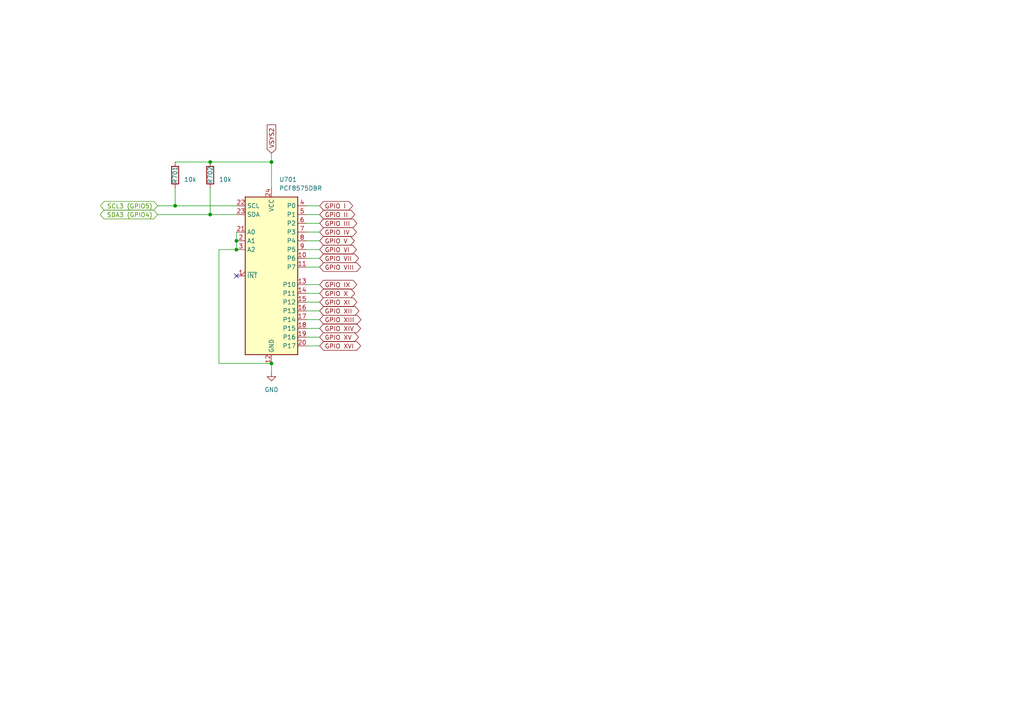
<source format=kicad_sch>
(kicad_sch
	(version 20231120)
	(generator "eeschema")
	(generator_version "8.0")
	(uuid "0611e642-d7db-4b64-8317-3a54fd667354")
	(paper "A4")
	(lib_symbols
		(symbol "Device:R"
			(pin_numbers hide)
			(pin_names
				(offset 0)
			)
			(exclude_from_sim no)
			(in_bom yes)
			(on_board yes)
			(property "Reference" "R"
				(at 2.032 0 90)
				(effects
					(font
						(size 1.27 1.27)
					)
				)
			)
			(property "Value" "R"
				(at 0 0 90)
				(effects
					(font
						(size 1.27 1.27)
					)
				)
			)
			(property "Footprint" ""
				(at -1.778 0 90)
				(effects
					(font
						(size 1.27 1.27)
					)
					(hide yes)
				)
			)
			(property "Datasheet" "~"
				(at 0 0 0)
				(effects
					(font
						(size 1.27 1.27)
					)
					(hide yes)
				)
			)
			(property "Description" "Resistor"
				(at 0 0 0)
				(effects
					(font
						(size 1.27 1.27)
					)
					(hide yes)
				)
			)
			(property "ki_keywords" "R res resistor"
				(at 0 0 0)
				(effects
					(font
						(size 1.27 1.27)
					)
					(hide yes)
				)
			)
			(property "ki_fp_filters" "R_*"
				(at 0 0 0)
				(effects
					(font
						(size 1.27 1.27)
					)
					(hide yes)
				)
			)
			(symbol "R_0_1"
				(rectangle
					(start -1.016 -2.54)
					(end 1.016 2.54)
					(stroke
						(width 0.254)
						(type default)
					)
					(fill
						(type none)
					)
				)
			)
			(symbol "R_1_1"
				(pin passive line
					(at 0 3.81 270)
					(length 1.27)
					(name "~"
						(effects
							(font
								(size 1.27 1.27)
							)
						)
					)
					(number "1"
						(effects
							(font
								(size 1.27 1.27)
							)
						)
					)
				)
				(pin passive line
					(at 0 -3.81 90)
					(length 1.27)
					(name "~"
						(effects
							(font
								(size 1.27 1.27)
							)
						)
					)
					(number "2"
						(effects
							(font
								(size 1.27 1.27)
							)
						)
					)
				)
			)
		)
		(symbol "Interface_Expansion:PCF8575DBR"
			(exclude_from_sim no)
			(in_bom yes)
			(on_board yes)
			(property "Reference" "U"
				(at -6.35 24.13 0)
				(effects
					(font
						(size 1.27 1.27)
					)
				)
			)
			(property "Value" "PCF8575DBR"
				(at 7.62 -24.13 0)
				(effects
					(font
						(size 1.27 1.27)
					)
				)
			)
			(property "Footprint" "Package_SO:SSOP-24_5.3x8.2mm_P0.65mm"
				(at 0 0 0)
				(effects
					(font
						(size 1.27 1.27)
					)
					(hide yes)
				)
			)
			(property "Datasheet" "https://www.ti.com/lit/ds/symlink/pcf8575.pdf"
				(at 0 0 0)
				(effects
					(font
						(size 1.27 1.27)
					)
					(hide yes)
				)
			)
			(property "Description" "16 Bits Port/Expander to I2C Bus, SSOP-24"
				(at 0 0 0)
				(effects
					(font
						(size 1.27 1.27)
					)
					(hide yes)
				)
			)
			(property "ki_keywords" "I2C Expander"
				(at 0 0 0)
				(effects
					(font
						(size 1.27 1.27)
					)
					(hide yes)
				)
			)
			(property "ki_fp_filters" "SSOP*5.3x8.2mm*P0.65mm*"
				(at 0 0 0)
				(effects
					(font
						(size 1.27 1.27)
					)
					(hide yes)
				)
			)
			(symbol "PCF8575DBR_0_1"
				(rectangle
					(start -7.62 22.86)
					(end 7.62 -22.86)
					(stroke
						(width 0.254)
						(type default)
					)
					(fill
						(type background)
					)
				)
			)
			(symbol "PCF8575DBR_1_1"
				(pin open_collector output_low
					(at -10.16 0 0)
					(length 2.54)
					(name "~{INT}"
						(effects
							(font
								(size 1.27 1.27)
							)
						)
					)
					(number "1"
						(effects
							(font
								(size 1.27 1.27)
							)
						)
					)
				)
				(pin bidirectional line
					(at 10.16 5.08 180)
					(length 2.54)
					(name "P6"
						(effects
							(font
								(size 1.27 1.27)
							)
						)
					)
					(number "10"
						(effects
							(font
								(size 1.27 1.27)
							)
						)
					)
				)
				(pin bidirectional line
					(at 10.16 2.54 180)
					(length 2.54)
					(name "P7"
						(effects
							(font
								(size 1.27 1.27)
							)
						)
					)
					(number "11"
						(effects
							(font
								(size 1.27 1.27)
							)
						)
					)
				)
				(pin power_in line
					(at 0 -25.4 90)
					(length 2.54)
					(name "GND"
						(effects
							(font
								(size 1.27 1.27)
							)
						)
					)
					(number "12"
						(effects
							(font
								(size 1.27 1.27)
							)
						)
					)
				)
				(pin bidirectional line
					(at 10.16 -2.54 180)
					(length 2.54)
					(name "P10"
						(effects
							(font
								(size 1.27 1.27)
							)
						)
					)
					(number "13"
						(effects
							(font
								(size 1.27 1.27)
							)
						)
					)
				)
				(pin bidirectional line
					(at 10.16 -5.08 180)
					(length 2.54)
					(name "P11"
						(effects
							(font
								(size 1.27 1.27)
							)
						)
					)
					(number "14"
						(effects
							(font
								(size 1.27 1.27)
							)
						)
					)
				)
				(pin bidirectional line
					(at 10.16 -7.62 180)
					(length 2.54)
					(name "P12"
						(effects
							(font
								(size 1.27 1.27)
							)
						)
					)
					(number "15"
						(effects
							(font
								(size 1.27 1.27)
							)
						)
					)
				)
				(pin bidirectional line
					(at 10.16 -10.16 180)
					(length 2.54)
					(name "P13"
						(effects
							(font
								(size 1.27 1.27)
							)
						)
					)
					(number "16"
						(effects
							(font
								(size 1.27 1.27)
							)
						)
					)
				)
				(pin bidirectional line
					(at 10.16 -12.7 180)
					(length 2.54)
					(name "P14"
						(effects
							(font
								(size 1.27 1.27)
							)
						)
					)
					(number "17"
						(effects
							(font
								(size 1.27 1.27)
							)
						)
					)
				)
				(pin bidirectional line
					(at 10.16 -15.24 180)
					(length 2.54)
					(name "P15"
						(effects
							(font
								(size 1.27 1.27)
							)
						)
					)
					(number "18"
						(effects
							(font
								(size 1.27 1.27)
							)
						)
					)
				)
				(pin bidirectional line
					(at 10.16 -17.78 180)
					(length 2.54)
					(name "P16"
						(effects
							(font
								(size 1.27 1.27)
							)
						)
					)
					(number "19"
						(effects
							(font
								(size 1.27 1.27)
							)
						)
					)
				)
				(pin input line
					(at -10.16 10.16 0)
					(length 2.54)
					(name "A1"
						(effects
							(font
								(size 1.27 1.27)
							)
						)
					)
					(number "2"
						(effects
							(font
								(size 1.27 1.27)
							)
						)
					)
				)
				(pin bidirectional line
					(at 10.16 -20.32 180)
					(length 2.54)
					(name "P17"
						(effects
							(font
								(size 1.27 1.27)
							)
						)
					)
					(number "20"
						(effects
							(font
								(size 1.27 1.27)
							)
						)
					)
				)
				(pin input line
					(at -10.16 12.7 0)
					(length 2.54)
					(name "A0"
						(effects
							(font
								(size 1.27 1.27)
							)
						)
					)
					(number "21"
						(effects
							(font
								(size 1.27 1.27)
							)
						)
					)
				)
				(pin input line
					(at -10.16 20.32 0)
					(length 2.54)
					(name "SCL"
						(effects
							(font
								(size 1.27 1.27)
							)
						)
					)
					(number "22"
						(effects
							(font
								(size 1.27 1.27)
							)
						)
					)
				)
				(pin bidirectional line
					(at -10.16 17.78 0)
					(length 2.54)
					(name "SDA"
						(effects
							(font
								(size 1.27 1.27)
							)
						)
					)
					(number "23"
						(effects
							(font
								(size 1.27 1.27)
							)
						)
					)
				)
				(pin power_in line
					(at 0 25.4 270)
					(length 2.54)
					(name "VCC"
						(effects
							(font
								(size 1.27 1.27)
							)
						)
					)
					(number "24"
						(effects
							(font
								(size 1.27 1.27)
							)
						)
					)
				)
				(pin input line
					(at -10.16 7.62 0)
					(length 2.54)
					(name "A2"
						(effects
							(font
								(size 1.27 1.27)
							)
						)
					)
					(number "3"
						(effects
							(font
								(size 1.27 1.27)
							)
						)
					)
				)
				(pin bidirectional line
					(at 10.16 20.32 180)
					(length 2.54)
					(name "P0"
						(effects
							(font
								(size 1.27 1.27)
							)
						)
					)
					(number "4"
						(effects
							(font
								(size 1.27 1.27)
							)
						)
					)
				)
				(pin bidirectional line
					(at 10.16 17.78 180)
					(length 2.54)
					(name "P1"
						(effects
							(font
								(size 1.27 1.27)
							)
						)
					)
					(number "5"
						(effects
							(font
								(size 1.27 1.27)
							)
						)
					)
				)
				(pin bidirectional line
					(at 10.16 15.24 180)
					(length 2.54)
					(name "P2"
						(effects
							(font
								(size 1.27 1.27)
							)
						)
					)
					(number "6"
						(effects
							(font
								(size 1.27 1.27)
							)
						)
					)
				)
				(pin bidirectional line
					(at 10.16 12.7 180)
					(length 2.54)
					(name "P3"
						(effects
							(font
								(size 1.27 1.27)
							)
						)
					)
					(number "7"
						(effects
							(font
								(size 1.27 1.27)
							)
						)
					)
				)
				(pin bidirectional line
					(at 10.16 10.16 180)
					(length 2.54)
					(name "P4"
						(effects
							(font
								(size 1.27 1.27)
							)
						)
					)
					(number "8"
						(effects
							(font
								(size 1.27 1.27)
							)
						)
					)
				)
				(pin bidirectional line
					(at 10.16 7.62 180)
					(length 2.54)
					(name "P5"
						(effects
							(font
								(size 1.27 1.27)
							)
						)
					)
					(number "9"
						(effects
							(font
								(size 1.27 1.27)
							)
						)
					)
				)
			)
		)
		(symbol "power:GND"
			(power)
			(pin_numbers hide)
			(pin_names
				(offset 0) hide)
			(exclude_from_sim no)
			(in_bom yes)
			(on_board yes)
			(property "Reference" "#PWR"
				(at 0 -6.35 0)
				(effects
					(font
						(size 1.27 1.27)
					)
					(hide yes)
				)
			)
			(property "Value" "GND"
				(at 0 -3.81 0)
				(effects
					(font
						(size 1.27 1.27)
					)
				)
			)
			(property "Footprint" ""
				(at 0 0 0)
				(effects
					(font
						(size 1.27 1.27)
					)
					(hide yes)
				)
			)
			(property "Datasheet" ""
				(at 0 0 0)
				(effects
					(font
						(size 1.27 1.27)
					)
					(hide yes)
				)
			)
			(property "Description" "Power symbol creates a global label with name \"GND\" , ground"
				(at 0 0 0)
				(effects
					(font
						(size 1.27 1.27)
					)
					(hide yes)
				)
			)
			(property "ki_keywords" "global power"
				(at 0 0 0)
				(effects
					(font
						(size 1.27 1.27)
					)
					(hide yes)
				)
			)
			(symbol "GND_0_1"
				(polyline
					(pts
						(xy 0 0) (xy 0 -1.27) (xy 1.27 -1.27) (xy 0 -2.54) (xy -1.27 -1.27) (xy 0 -1.27)
					)
					(stroke
						(width 0)
						(type default)
					)
					(fill
						(type none)
					)
				)
			)
			(symbol "GND_1_1"
				(pin power_in line
					(at 0 0 270)
					(length 0)
					(name "~"
						(effects
							(font
								(size 1.27 1.27)
							)
						)
					)
					(number "1"
						(effects
							(font
								(size 1.27 1.27)
							)
						)
					)
				)
			)
		)
	)
	(junction
		(at 68.58 72.39)
		(diameter 0)
		(color 0 0 0 0)
		(uuid "4a48a13c-332c-4112-ae64-29adcc66c8a4")
	)
	(junction
		(at 50.8 59.69)
		(diameter 0)
		(color 0 0 0 0)
		(uuid "aa2f254a-c610-4921-874d-af86f0f40492")
	)
	(junction
		(at 78.74 105.41)
		(diameter 0)
		(color 0 0 0 0)
		(uuid "b40cd02d-4e7d-4c8e-b067-6e75acf3c95f")
	)
	(junction
		(at 68.58 69.85)
		(diameter 0)
		(color 0 0 0 0)
		(uuid "bf4611c0-1525-490e-9654-401b22f2db95")
	)
	(junction
		(at 60.96 46.99)
		(diameter 0)
		(color 0 0 0 0)
		(uuid "c94bd342-36e9-46ed-956b-f3d1b08e8c06")
	)
	(junction
		(at 78.74 46.99)
		(diameter 0)
		(color 0 0 0 0)
		(uuid "f02ca090-5e8a-4801-986b-e66f00a2171b")
	)
	(junction
		(at 60.96 62.23)
		(diameter 0)
		(color 0 0 0 0)
		(uuid "f1a49ec9-20d8-4f2b-94d9-8692b4210c1d")
	)
	(no_connect
		(at 68.58 80.01)
		(uuid "91c0e069-0b4a-4d6f-928f-34c4050fc741")
	)
	(wire
		(pts
			(xy 78.74 105.41) (xy 78.74 107.95)
		)
		(stroke
			(width 0)
			(type default)
		)
		(uuid "0e22944b-72ec-482d-8320-b8a25c0c142a")
	)
	(wire
		(pts
			(xy 88.9 95.25) (xy 92.71 95.25)
		)
		(stroke
			(width 0)
			(type default)
		)
		(uuid "1b81b2b4-896a-4894-bffe-caf7e30524c9")
	)
	(wire
		(pts
			(xy 63.5 105.41) (xy 78.74 105.41)
		)
		(stroke
			(width 0)
			(type default)
		)
		(uuid "1cd226df-0c49-4b2d-bcd7-a0d6e2a3bd52")
	)
	(wire
		(pts
			(xy 68.58 69.85) (xy 68.58 72.39)
		)
		(stroke
			(width 0)
			(type default)
		)
		(uuid "1ef3374c-4fd8-41dc-9d60-8aea6ed618b3")
	)
	(wire
		(pts
			(xy 60.96 54.61) (xy 60.96 62.23)
		)
		(stroke
			(width 0)
			(type default)
		)
		(uuid "2ad4c13f-ef7f-4975-9a54-892def6cc9bd")
	)
	(wire
		(pts
			(xy 63.5 72.39) (xy 63.5 105.41)
		)
		(stroke
			(width 0)
			(type default)
		)
		(uuid "38131e0d-75aa-4a89-a3fa-7789efdefc4d")
	)
	(wire
		(pts
			(xy 60.96 62.23) (xy 68.58 62.23)
		)
		(stroke
			(width 0)
			(type default)
		)
		(uuid "42afec03-8a1a-4bbb-8e97-b4b8850b9672")
	)
	(wire
		(pts
			(xy 88.9 85.09) (xy 92.71 85.09)
		)
		(stroke
			(width 0)
			(type default)
		)
		(uuid "46113a4f-d879-4a94-8921-319ba47d9d76")
	)
	(wire
		(pts
			(xy 88.9 69.85) (xy 92.71 69.85)
		)
		(stroke
			(width 0)
			(type default)
		)
		(uuid "4b1bbcbc-091b-4493-9607-9204b62c02e2")
	)
	(wire
		(pts
			(xy 68.58 67.31) (xy 68.58 69.85)
		)
		(stroke
			(width 0)
			(type default)
		)
		(uuid "61f18022-9031-4c20-8d12-1bf4b85b1d34")
	)
	(wire
		(pts
			(xy 88.9 82.55) (xy 92.71 82.55)
		)
		(stroke
			(width 0)
			(type default)
		)
		(uuid "63b6b85f-85eb-495b-bf40-951284f34d25")
	)
	(wire
		(pts
			(xy 88.9 77.47) (xy 92.71 77.47)
		)
		(stroke
			(width 0)
			(type default)
		)
		(uuid "66cc3c0a-a7f3-4d6f-9085-5a4f84708eae")
	)
	(wire
		(pts
			(xy 88.9 97.79) (xy 92.71 97.79)
		)
		(stroke
			(width 0)
			(type default)
		)
		(uuid "70e7c479-6759-4a6b-90bf-b0298071c239")
	)
	(wire
		(pts
			(xy 88.9 74.93) (xy 92.71 74.93)
		)
		(stroke
			(width 0)
			(type default)
		)
		(uuid "720a12ba-9f6c-4c35-a4bd-d89b56ebd4a2")
	)
	(wire
		(pts
			(xy 88.9 59.69) (xy 92.71 59.69)
		)
		(stroke
			(width 0)
			(type default)
		)
		(uuid "8ced13b4-5b4f-49fb-90f3-6acfe9029f23")
	)
	(wire
		(pts
			(xy 45.72 62.23) (xy 60.96 62.23)
		)
		(stroke
			(width 0)
			(type default)
		)
		(uuid "97469e4e-6600-4332-9a2f-fd04bdf7b5f3")
	)
	(wire
		(pts
			(xy 88.9 67.31) (xy 92.71 67.31)
		)
		(stroke
			(width 0)
			(type default)
		)
		(uuid "9d9b2a8a-c30b-4e3b-bedc-eb151f2083d5")
	)
	(wire
		(pts
			(xy 88.9 87.63) (xy 92.71 87.63)
		)
		(stroke
			(width 0)
			(type default)
		)
		(uuid "a1d09c33-ad17-47e3-869f-cdd73d32db5e")
	)
	(wire
		(pts
			(xy 88.9 90.17) (xy 92.71 90.17)
		)
		(stroke
			(width 0)
			(type default)
		)
		(uuid "a55bf63d-c79b-4d3e-886d-1911adc679c9")
	)
	(wire
		(pts
			(xy 88.9 72.39) (xy 92.71 72.39)
		)
		(stroke
			(width 0)
			(type default)
		)
		(uuid "b640e428-8300-4fc0-ae3a-790fcbd7d6e1")
	)
	(wire
		(pts
			(xy 50.8 59.69) (xy 68.58 59.69)
		)
		(stroke
			(width 0)
			(type default)
		)
		(uuid "b6b012cb-c602-4856-b8cd-00627210d4c4")
	)
	(wire
		(pts
			(xy 45.72 59.69) (xy 50.8 59.69)
		)
		(stroke
			(width 0)
			(type default)
		)
		(uuid "baa25fb7-39ff-442f-9bff-9f75e8985e8b")
	)
	(wire
		(pts
			(xy 78.74 46.99) (xy 78.74 54.61)
		)
		(stroke
			(width 0)
			(type default)
		)
		(uuid "bfe29e15-6604-481b-bb3f-6df38f29c0f6")
	)
	(wire
		(pts
			(xy 88.9 62.23) (xy 92.71 62.23)
		)
		(stroke
			(width 0)
			(type default)
		)
		(uuid "c07c2078-cd13-419e-ad3a-b26636165602")
	)
	(wire
		(pts
			(xy 78.74 44.45) (xy 78.74 46.99)
		)
		(stroke
			(width 0)
			(type default)
		)
		(uuid "c7cebf75-f003-4140-af3b-da9c1516b05c")
	)
	(wire
		(pts
			(xy 88.9 92.71) (xy 92.71 92.71)
		)
		(stroke
			(width 0)
			(type default)
		)
		(uuid "ca4a9f13-3818-44d9-bbf2-f3e067dd56c8")
	)
	(wire
		(pts
			(xy 50.8 54.61) (xy 50.8 59.69)
		)
		(stroke
			(width 0)
			(type default)
		)
		(uuid "ced1c332-c8c7-4179-8bb8-b173e0225c86")
	)
	(wire
		(pts
			(xy 50.8 46.99) (xy 60.96 46.99)
		)
		(stroke
			(width 0)
			(type default)
		)
		(uuid "d865771a-3a1c-4b22-b7cf-e124f756244f")
	)
	(wire
		(pts
			(xy 88.9 100.33) (xy 92.71 100.33)
		)
		(stroke
			(width 0)
			(type default)
		)
		(uuid "de2d5498-184f-45a0-b152-42842c23d8cc")
	)
	(wire
		(pts
			(xy 60.96 46.99) (xy 78.74 46.99)
		)
		(stroke
			(width 0)
			(type default)
		)
		(uuid "e5fa683d-5316-438c-9d8e-92912a16b115")
	)
	(wire
		(pts
			(xy 68.58 72.39) (xy 63.5 72.39)
		)
		(stroke
			(width 0)
			(type default)
		)
		(uuid "ecfa7c48-37d0-4dab-a7a6-e1b9f3197892")
	)
	(wire
		(pts
			(xy 88.9 64.77) (xy 92.71 64.77)
		)
		(stroke
			(width 0)
			(type default)
		)
		(uuid "ed4e1ab3-28c4-4f51-8624-767de7980185")
	)
	(global_label "GPIO VI"
		(shape bidirectional)
		(at 92.71 72.39 0)
		(fields_autoplaced yes)
		(effects
			(font
				(size 1.27 1.27)
			)
			(justify left)
		)
		(uuid "0184ab5d-f0a6-4317-ac11-c60f0f80e28f")
		(property "Intersheetrefs" "${INTERSHEET_REFS}"
			(at 103.9428 72.39 0)
			(effects
				(font
					(size 1.27 1.27)
				)
				(justify left)
				(hide yes)
			)
		)
	)
	(global_label "GPIO VIII"
		(shape bidirectional)
		(at 92.71 77.47 0)
		(fields_autoplaced yes)
		(effects
			(font
				(size 1.27 1.27)
			)
			(justify left)
		)
		(uuid "13a1f55e-c7ec-4fbd-82bb-384c69c10769")
		(property "Intersheetrefs" "${INTERSHEET_REFS}"
			(at 105.1524 77.47 0)
			(effects
				(font
					(size 1.27 1.27)
				)
				(justify left)
				(hide yes)
			)
		)
	)
	(global_label "GPIO III"
		(shape bidirectional)
		(at 92.71 64.77 0)
		(fields_autoplaced yes)
		(effects
			(font
				(size 1.27 1.27)
			)
			(justify left)
		)
		(uuid "26eaabb7-095d-4fac-9cb2-0e9215cdcd22")
		(property "Intersheetrefs" "${INTERSHEET_REFS}"
			(at 104.0638 64.77 0)
			(effects
				(font
					(size 1.27 1.27)
				)
				(justify left)
				(hide yes)
			)
		)
	)
	(global_label "GPIO I"
		(shape bidirectional)
		(at 92.71 59.69 0)
		(fields_autoplaced yes)
		(effects
			(font
				(size 1.27 1.27)
			)
			(justify left)
		)
		(uuid "2f7a2d46-b536-42f2-a640-e2ad38ab9886")
		(property "Intersheetrefs" "${INTERSHEET_REFS}"
			(at 101.7429 59.69 0)
			(effects
				(font
					(size 1.27 1.27)
				)
				(justify left)
				(hide yes)
			)
		)
	)
	(global_label "GPIO XIII"
		(shape bidirectional)
		(at 92.71 92.71 0)
		(fields_autoplaced yes)
		(effects
			(font
				(size 1.27 1.27)
			)
			(justify left)
		)
		(uuid "357f4ec5-6c40-49fe-874d-bd5782c9adcb")
		(property "Intersheetrefs" "${INTERSHEET_REFS}"
			(at 105.2733 92.71 0)
			(effects
				(font
					(size 1.27 1.27)
				)
				(justify left)
				(hide yes)
			)
		)
	)
	(global_label "GPIO XII"
		(shape bidirectional)
		(at 92.71 90.17 0)
		(fields_autoplaced yes)
		(effects
			(font
				(size 1.27 1.27)
			)
			(justify left)
		)
		(uuid "56c01d84-da11-4eaf-903a-2eeec9330d45")
		(property "Intersheetrefs" "${INTERSHEET_REFS}"
			(at 104.6685 90.17 0)
			(effects
				(font
					(size 1.27 1.27)
				)
				(justify left)
				(hide yes)
			)
		)
	)
	(global_label "SCL3 (GPIO5)"
		(shape bidirectional)
		(at 45.72 59.69 180)
		(effects
			(font
				(size 1.27 1.27)
				(color 64 145 0 1)
			)
			(justify right)
		)
		(uuid "7c09fe8f-0bfe-44c2-9291-4aba255fa368")
		(property "Intersheetrefs" "${INTERSHEET_REFS}"
			(at 45.72 59.69 0)
			(effects
				(font
					(size 1.27 1.27)
				)
				(hide yes)
			)
		)
	)
	(global_label "GPIO XIV"
		(shape bidirectional)
		(at 92.71 95.25 0)
		(fields_autoplaced yes)
		(effects
			(font
				(size 1.27 1.27)
			)
			(justify left)
		)
		(uuid "93e70aa4-7171-4f24-8171-ec3a860b42c9")
		(property "Intersheetrefs" "${INTERSHEET_REFS}"
			(at 105.1523 95.25 0)
			(effects
				(font
					(size 1.27 1.27)
				)
				(justify left)
				(hide yes)
			)
		)
	)
	(global_label "GPIO XV"
		(shape bidirectional)
		(at 92.71 97.79 0)
		(fields_autoplaced yes)
		(effects
			(font
				(size 1.27 1.27)
			)
			(justify left)
		)
		(uuid "9a4e2c3a-d7a5-4ab8-8871-290d9ca36e7a")
		(property "Intersheetrefs" "${INTERSHEET_REFS}"
			(at 104.5475 97.79 0)
			(effects
				(font
					(size 1.27 1.27)
				)
				(justify left)
				(hide yes)
			)
		)
	)
	(global_label "GPIO XVI"
		(shape bidirectional)
		(at 92.71 100.33 0)
		(fields_autoplaced yes)
		(effects
			(font
				(size 1.27 1.27)
			)
			(justify left)
		)
		(uuid "a1427bcb-6669-44ee-84e7-00eba0d25548")
		(property "Intersheetrefs" "${INTERSHEET_REFS}"
			(at 105.1523 100.33 0)
			(effects
				(font
					(size 1.27 1.27)
				)
				(justify left)
				(hide yes)
			)
		)
	)
	(global_label "GPIO V"
		(shape bidirectional)
		(at 92.71 69.85 0)
		(fields_autoplaced yes)
		(effects
			(font
				(size 1.27 1.27)
			)
			(justify left)
		)
		(uuid "a2f318db-8ffa-4602-9a99-23b09cac0b76")
		(property "Intersheetrefs" "${INTERSHEET_REFS}"
			(at 103.338 69.85 0)
			(effects
				(font
					(size 1.27 1.27)
				)
				(justify left)
				(hide yes)
			)
		)
	)
	(global_label "GPIO IV"
		(shape bidirectional)
		(at 92.71 67.31 0)
		(fields_autoplaced yes)
		(effects
			(font
				(size 1.27 1.27)
			)
			(justify left)
		)
		(uuid "a4468d11-faec-49ca-a7a3-1035a5b364b3")
		(property "Intersheetrefs" "${INTERSHEET_REFS}"
			(at 103.9428 67.31 0)
			(effects
				(font
					(size 1.27 1.27)
				)
				(justify left)
				(hide yes)
			)
		)
	)
	(global_label "VSYS2"
		(shape input)
		(at 78.74 44.45 90)
		(fields_autoplaced yes)
		(effects
			(font
				(size 1.27 1.27)
			)
			(justify left)
		)
		(uuid "a5abcff7-d5bb-4318-ab5f-b193525470fa")
		(property "Intersheetrefs" "${INTERSHEET_REFS}"
			(at 78.74 35.6591 90)
			(effects
				(font
					(size 1.27 1.27)
				)
				(justify left)
				(hide yes)
			)
		)
	)
	(global_label "GPIO II"
		(shape bidirectional)
		(at 92.71 62.23 0)
		(fields_autoplaced yes)
		(effects
			(font
				(size 1.27 1.27)
			)
			(justify left)
		)
		(uuid "a744672c-66be-43e6-874e-fa2bef0b4f46")
		(property "Intersheetrefs" "${INTERSHEET_REFS}"
			(at 103.459 62.23 0)
			(effects
				(font
					(size 1.27 1.27)
				)
				(justify left)
				(hide yes)
			)
		)
	)
	(global_label "GPIO X"
		(shape bidirectional)
		(at 92.71 85.09 0)
		(fields_autoplaced yes)
		(effects
			(font
				(size 1.27 1.27)
			)
			(justify left)
		)
		(uuid "aff2521b-f7c0-46ed-8a05-a258957e3283")
		(property "Intersheetrefs" "${INTERSHEET_REFS}"
			(at 103.4589 85.09 0)
			(effects
				(font
					(size 1.27 1.27)
				)
				(justify left)
				(hide yes)
			)
		)
	)
	(global_label "GPIO XI"
		(shape bidirectional)
		(at 92.71 87.63 0)
		(fields_autoplaced yes)
		(effects
			(font
				(size 1.27 1.27)
			)
			(justify left)
		)
		(uuid "bf1dde34-accf-4123-b83b-aca18e70f9a3")
		(property "Intersheetrefs" "${INTERSHEET_REFS}"
			(at 104.0637 87.63 0)
			(effects
				(font
					(size 1.27 1.27)
				)
				(justify left)
				(hide yes)
			)
		)
	)
	(global_label "GPIO IX"
		(shape bidirectional)
		(at 92.71 82.55 0)
		(fields_autoplaced yes)
		(effects
			(font
				(size 1.27 1.27)
			)
			(justify left)
		)
		(uuid "c4950b58-75cd-4422-9f16-36b903b6b770")
		(property "Intersheetrefs" "${INTERSHEET_REFS}"
			(at 104.0637 82.55 0)
			(effects
				(font
					(size 1.27 1.27)
				)
				(justify left)
				(hide yes)
			)
		)
	)
	(global_label "SDA3 (GPIO4)"
		(shape bidirectional)
		(at 45.72 62.23 180)
		(effects
			(font
				(size 1.27 1.27)
				(color 64 145 0 1)
			)
			(justify right)
		)
		(uuid "db8fbe68-b9e2-434d-8411-7b6598123c99")
		(property "Intersheetrefs" "${INTERSHEET_REFS}"
			(at 45.72 62.23 0)
			(effects
				(font
					(size 1.27 1.27)
				)
				(hide yes)
			)
		)
	)
	(global_label "GPIO VII"
		(shape bidirectional)
		(at 92.71 74.93 0)
		(fields_autoplaced yes)
		(effects
			(font
				(size 1.27 1.27)
			)
			(justify left)
		)
		(uuid "e0d3625b-2656-41cf-9a1a-141d985e4131")
		(property "Intersheetrefs" "${INTERSHEET_REFS}"
			(at 104.5476 74.93 0)
			(effects
				(font
					(size 1.27 1.27)
				)
				(justify left)
				(hide yes)
			)
		)
	)
	(symbol
		(lib_id "Interface_Expansion:PCF8575DBR")
		(at 78.74 80.01 0)
		(unit 1)
		(exclude_from_sim no)
		(in_bom yes)
		(on_board yes)
		(dnp no)
		(fields_autoplaced yes)
		(uuid "0d650d4e-eccb-41fd-b54d-77588ed93e9d")
		(property "Reference" "U701"
			(at 80.9341 52.07 0)
			(effects
				(font
					(size 1.27 1.27)
				)
				(justify left)
			)
		)
		(property "Value" "PCF8575DBR"
			(at 80.9341 54.61 0)
			(effects
				(font
					(size 1.27 1.27)
				)
				(justify left)
			)
		)
		(property "Footprint" "PFC8575CRGER:RGE24_2P1X2P1"
			(at 78.74 80.01 0)
			(effects
				(font
					(size 1.27 1.27)
				)
				(hide yes)
			)
		)
		(property "Datasheet" "https://www.ti.com/lit/ds/symlink/pcf8575.pdf"
			(at 78.74 80.01 0)
			(effects
				(font
					(size 1.27 1.27)
				)
				(hide yes)
			)
		)
		(property "Description" "16 Bits Port/Expander to I2C Bus, SSOP-24"
			(at 78.74 80.01 0)
			(effects
				(font
					(size 1.27 1.27)
				)
				(hide yes)
			)
		)
		(pin "6"
			(uuid "f17ef51e-f8a0-41c4-ac5a-21e24fd8a37e")
		)
		(pin "11"
			(uuid "4120db98-e434-44e6-aba9-0c374e1b263d")
		)
		(pin "5"
			(uuid "0b8f7019-e0e3-40f2-8925-2c0bebf3ed3d")
		)
		(pin "15"
			(uuid "87a8d411-fdfa-4e62-857c-fc506e38eae7")
		)
		(pin "2"
			(uuid "5a9bb2f0-d3ce-4b87-b67d-c26d4cb51808")
		)
		(pin "12"
			(uuid "509b58dc-ea02-445e-a639-78e1e46c3852")
		)
		(pin "16"
			(uuid "4ad77848-9d48-4835-8e36-d6680ebbea40")
		)
		(pin "17"
			(uuid "1ed99741-196b-4baa-aa4a-b4808fce3857")
		)
		(pin "3"
			(uuid "655dcaa8-18cb-4a33-a8e4-b9addc5d2cc4")
		)
		(pin "24"
			(uuid "d5f0d947-346a-471c-8475-08eaef850ccf")
		)
		(pin "7"
			(uuid "82f4e635-f738-4d04-bf38-d67a761decbe")
		)
		(pin "18"
			(uuid "a76625c9-a375-435b-99cd-35dbf6a04cc8")
		)
		(pin "9"
			(uuid "32f01b5a-9edd-4402-b63b-fa7a6e408146")
		)
		(pin "20"
			(uuid "9c5102bf-c1bf-4438-b8a9-e9ce7d9b9953")
		)
		(pin "14"
			(uuid "b27a26b8-fad4-4b8a-a9bb-bbc3361dc0de")
		)
		(pin "19"
			(uuid "7d498066-c5db-458a-a823-c7c0f6b6ed1a")
		)
		(pin "10"
			(uuid "7ebec646-f7f2-45d8-987e-abf4292d2fd1")
		)
		(pin "4"
			(uuid "96911bc6-d2c8-4c64-9720-fab0d873a362")
		)
		(pin "22"
			(uuid "a2b73588-1c8b-422c-9acd-4ee9c8e8f510")
		)
		(pin "13"
			(uuid "781f6060-ef95-4a99-b3d5-c861289cc501")
		)
		(pin "1"
			(uuid "4768e5d7-f6c7-4551-8f6e-a37d6df51483")
		)
		(pin "8"
			(uuid "aafb08a5-fe9a-422e-b53f-b9f96eb18b61")
		)
		(pin "21"
			(uuid "1d1ae335-3a03-4ded-9db3-c71af37ab98e")
		)
		(pin "23"
			(uuid "7a51a9e1-e254-4e29-8f31-74f4af005780")
		)
		(instances
			(project ""
				(path "/63d8ebc3-d81d-4869-925f-b28ad884a523/3f37d4d4-08eb-4633-ad5b-e9a295a64040"
					(reference "U701")
					(unit 1)
				)
			)
		)
	)
	(symbol
		(lib_id "power:GND")
		(at 78.74 107.95 0)
		(unit 1)
		(exclude_from_sim no)
		(in_bom yes)
		(on_board yes)
		(dnp no)
		(fields_autoplaced yes)
		(uuid "48ad7326-59cf-4bf9-98e9-df8a46413979")
		(property "Reference" "#PWR0503"
			(at 78.74 114.3 0)
			(effects
				(font
					(size 1.27 1.27)
				)
				(hide yes)
			)
		)
		(property "Value" "GND"
			(at 78.74 113.03 0)
			(effects
				(font
					(size 1.27 1.27)
				)
			)
		)
		(property "Footprint" ""
			(at 78.74 107.95 0)
			(effects
				(font
					(size 1.27 1.27)
				)
				(hide yes)
			)
		)
		(property "Datasheet" ""
			(at 78.74 107.95 0)
			(effects
				(font
					(size 1.27 1.27)
				)
				(hide yes)
			)
		)
		(property "Description" "Power symbol creates a global label with name \"GND\" , ground"
			(at 78.74 107.95 0)
			(effects
				(font
					(size 1.27 1.27)
				)
				(hide yes)
			)
		)
		(pin "1"
			(uuid "80d311e6-f3b7-42d4-889c-cce733b1620e")
		)
		(instances
			(project ""
				(path "/63d8ebc3-d81d-4869-925f-b28ad884a523/3f37d4d4-08eb-4633-ad5b-e9a295a64040"
					(reference "#PWR0503")
					(unit 1)
				)
			)
		)
	)
	(symbol
		(lib_id "Device:R")
		(at 60.96 50.8 0)
		(unit 1)
		(exclude_from_sim no)
		(in_bom yes)
		(on_board yes)
		(dnp no)
		(uuid "adcecc08-1234-4bab-9d78-0bf7a377fe66")
		(property "Reference" "R702"
			(at 60.96 53.34 90)
			(effects
				(font
					(size 1.27 1.27)
				)
				(justify left)
			)
		)
		(property "Value" "10k"
			(at 63.5 52.0699 0)
			(effects
				(font
					(size 1.27 1.27)
				)
				(justify left)
			)
		)
		(property "Footprint" "Resistor_SMD:R_0402_1005Metric"
			(at 59.182 50.8 90)
			(effects
				(font
					(size 1.27 1.27)
				)
				(hide yes)
			)
		)
		(property "Datasheet" "~"
			(at 60.96 50.8 0)
			(effects
				(font
					(size 1.27 1.27)
				)
				(hide yes)
			)
		)
		(property "Description" "Resistor"
			(at 60.96 50.8 0)
			(effects
				(font
					(size 1.27 1.27)
				)
				(hide yes)
			)
		)
		(pin "2"
			(uuid "14ce6945-4edb-4f6f-b8d4-7bbe63a71f44")
		)
		(pin "1"
			(uuid "70bd345f-3862-4d86-abf1-b33018702bf5")
		)
		(instances
			(project ""
				(path "/63d8ebc3-d81d-4869-925f-b28ad884a523/3f37d4d4-08eb-4633-ad5b-e9a295a64040"
					(reference "R702")
					(unit 1)
				)
			)
		)
	)
	(symbol
		(lib_id "Device:R")
		(at 50.8 50.8 0)
		(unit 1)
		(exclude_from_sim no)
		(in_bom yes)
		(on_board yes)
		(dnp no)
		(uuid "d84b5529-3c4b-4134-ab2b-5e9516500b12")
		(property "Reference" "R701"
			(at 50.8 53.34 90)
			(effects
				(font
					(size 1.27 1.27)
				)
				(justify left)
			)
		)
		(property "Value" "10k"
			(at 53.34 52.0699 0)
			(effects
				(font
					(size 1.27 1.27)
				)
				(justify left)
			)
		)
		(property "Footprint" "Resistor_SMD:R_0402_1005Metric"
			(at 49.022 50.8 90)
			(effects
				(font
					(size 1.27 1.27)
				)
				(hide yes)
			)
		)
		(property "Datasheet" "~"
			(at 50.8 50.8 0)
			(effects
				(font
					(size 1.27 1.27)
				)
				(hide yes)
			)
		)
		(property "Description" "Resistor"
			(at 50.8 50.8 0)
			(effects
				(font
					(size 1.27 1.27)
				)
				(hide yes)
			)
		)
		(pin "2"
			(uuid "14ce6945-4edb-4f6f-b8d4-7bbe63a71f45")
		)
		(pin "1"
			(uuid "70bd345f-3862-4d86-abf1-b33018702bf6")
		)
		(instances
			(project ""
				(path "/63d8ebc3-d81d-4869-925f-b28ad884a523/3f37d4d4-08eb-4633-ad5b-e9a295a64040"
					(reference "R701")
					(unit 1)
				)
			)
		)
	)
)

</source>
